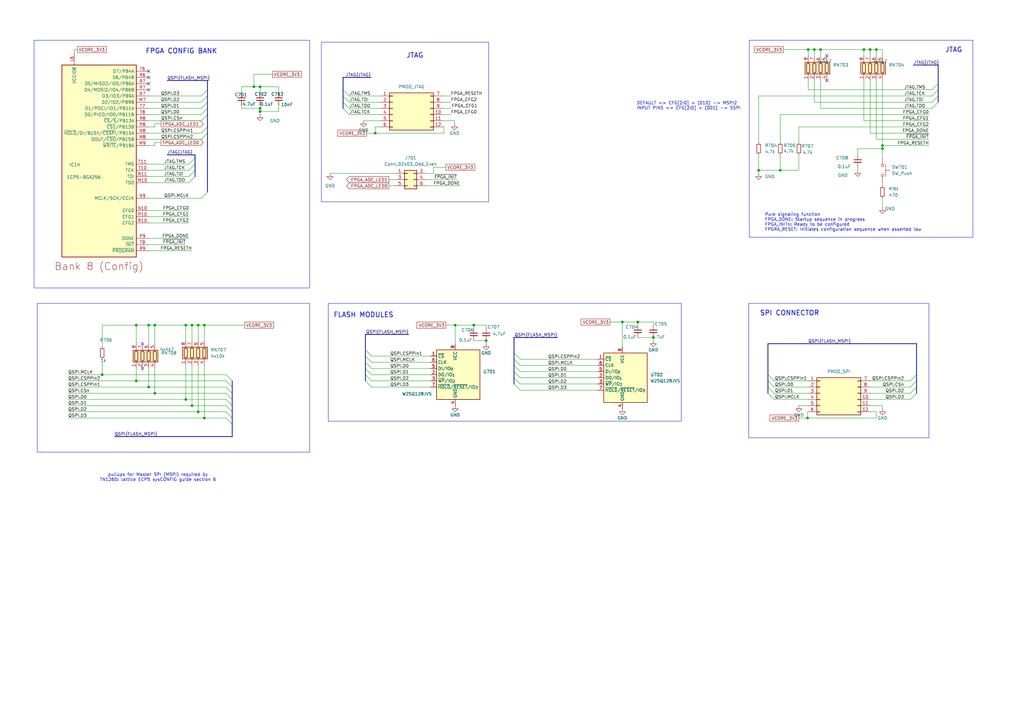
<source format=kicad_sch>
(kicad_sch (version 20250114) (generator "eeschema") (generator_version "9.0")
  (paper "A3")
  (rectangle (start 307.086 124.46) (end 381 179.578))
  (rectangle (start 15.24 124.46) (end 127 185.42))
  (rectangle (start 131.826 17.272) (end 200.406 82.804))
  (rectangle (start 134.62 124.46) (end 279.4 172.72))
  (rectangle (start 13.97 16.51) (end 127 118.11))
  (rectangle (start 307.34 16.51) (end 399.034 97.282))
  (text "JTAG" (at 170.18 22.86 0) (effects (font (size 2 2) (thickness 0.254) (bold yes))))
  (text "DEFAULT => CFG[2:0] = (010) -> MSPI2\nINPUT PINS => CFG[2:0] = (001) -> SSPI" (at 261.112 43.434 0) (effects (font (size 1.27 1.27)) (justify left)))
  (text "Pure signaling function\nFPGA_DONE: Startup sequence in prograss\nFPGA_INITn: Ready to be configured\nFPGRA_RESET: Initiates configuration sequence when asserted low" (at 313.69 91.186 0) (effects (font (size 1.27 1.27)) (justify left)))
  (text "pullups for Master SPI (MSPI) required by\nTN1260: lattice ECP5 sysCONFIG guide section 6" (at 64.77 195.834 0) (effects (font (size 1.27 1.27))))
  (text "FLASH MODULES" (at 149.098 129.286 0) (effects (font (size 2 2) (thickness 0.254) (bold yes))))
  (text "SPI CONNECTOR" (at 323.85 128.524 0) (effects (font (size 2 2) (thickness 0.254) (bold yes))))
  (text "JTAG" (at 391.16 20.574 0) (effects (font (size 2 2) (thickness 0.254) (bold yes))))
  (text "FPGA CONFIG BANK" (at 74.422 21.082 0) (effects (font (size 2 2) (thickness 0.254) (bold yes))))
  (junction (at 81.28 168.91))
  (junction (at 334.01 20.32))
  (junction (at 106.68 44.45))
  (junction (at 55.88 156.21))
  (junction (at 106.68 45.72))
  (junction (at 63.5 133.35))
  (junction (at 361.95 60.96))
  (junction (at 336.55 20.32))
  (junction (at 81.28 133.35))
  (junction (at 255.27 132.08))
  (junction (at 55.88 133.35))
  (junction (at 76.2 163.83))
  (junction (at 331.216 171.45))
  (junction (at 320.04 69.85))
  (junction (at 186.69 133.35))
  (junction (at 104.14 35.56))
  (junction (at 194.31 133.35))
  (junction (at 60.96 133.35))
  (junction (at 361.95 59.69))
  (junction (at 41.91 153.67))
  (junction (at 63.5 161.29))
  (junction (at 356.87 20.32))
  (junction (at 261.62 132.08))
  (junction (at 359.41 20.32))
  (junction (at 267.97 138.43))
  (junction (at 78.74 166.37))
  (junction (at 76.2 133.35))
  (junction (at 83.82 133.35))
  (junction (at 153.924 54.61))
  (junction (at 311.15 69.85))
  (junction (at 106.68 35.56))
  (junction (at 331.47 20.32))
  (junction (at 83.82 171.45))
  (junction (at 354.33 20.32))
  (junction (at 60.96 158.75))
  (junction (at 199.39 139.7))
  (junction (at 78.74 133.35))
  (no_connect (at 339.09 33.02))
  (no_connect (at 60.96 29.21))
  (no_connect (at 60.96 36.83))
  (no_connect (at 339.09 22.86))
  (no_connect (at 58.42 140.97))
  (no_connect (at 60.96 34.29))
  (no_connect (at 60.96 31.75))
  (no_connect (at 58.42 151.13))
  (bus_entry (at 210.82 149.86) (size 2.54 2.54))
  (bus_entry (at 140.716 44.45) (size 2.54 2.54))
  (bus_entry (at 149.86 146.05) (size 2.54 2.54))
  (bus_entry (at 382.27 41.91) (size 2.54 -2.54))
  (bus_entry (at 82.55 81.28) (size 2.54 -2.54))
  (bus_entry (at 213.36 160.02) (size -2.54 -2.54))
  (bus_entry (at 373.38 158.75) (size 2.54 -2.54))
  (bus_entry (at 149.86 153.67) (size 2.54 2.54))
  (bus_entry (at 85.09 39.37) (size -2.54 2.54))
  (bus_entry (at 77.47 69.85) (size 2.54 -2.54))
  (bus_entry (at 149.86 148.59) (size 2.54 2.54))
  (bus_entry (at 152.4 158.75) (size -2.54 -2.54))
  (bus_entry (at 77.47 74.93) (size 2.54 -2.54))
  (bus_entry (at 382.27 36.83) (size 2.54 -2.54))
  (bus_entry (at 95.25 166.37) (size -2.54 -2.54))
  (bus_entry (at 85.09 36.83) (size -2.54 2.54))
  (bus_entry (at 314.96 161.29) (size 2.54 2.54))
  (bus_entry (at 95.25 173.99) (size -2.54 -2.54))
  (bus_entry (at 373.38 156.21) (size 2.54 -2.54))
  (bus_entry (at 140.716 41.91) (size 2.54 2.54))
  (bus_entry (at 375.92 161.29) (size -2.54 2.54))
  (bus_entry (at 149.86 143.51) (size 2.54 2.54))
  (bus_entry (at 210.82 147.32) (size 2.54 2.54))
  (bus_entry (at 314.96 158.75) (size 2.54 2.54))
  (bus_entry (at 95.25 163.83) (size -2.54 -2.54))
  (bus_entry (at 85.09 46.99) (size -2.54 2.54))
  (bus_entry (at 210.82 144.78) (size 2.54 2.54))
  (bus_entry (at 140.716 39.37) (size 2.54 2.54))
  (bus_entry (at 210.82 154.94) (size 2.54 2.54))
  (bus_entry (at 82.55 57.15) (size 2.54 -2.54))
  (bus_entry (at 92.71 156.21) (size 2.54 2.54))
  (bus_entry (at 77.47 67.31) (size 2.54 -2.54))
  (bus_entry (at 210.82 152.4) (size 2.54 2.54))
  (bus_entry (at 140.716 36.83) (size 2.54 2.54))
  (bus_entry (at 82.55 54.61) (size 2.54 -2.54))
  (bus_entry (at 314.96 156.21) (size 2.54 2.54))
  (bus_entry (at 149.86 151.13) (size 2.54 2.54))
  (bus_entry (at 92.71 153.67) (size 2.54 2.54))
  (bus_entry (at 382.27 44.45) (size 2.54 -2.54))
  (bus_entry (at 317.5 156.21) (size -2.54 -2.54))
  (bus_entry (at 77.47 72.39) (size 2.54 -2.54))
  (bus_entry (at 382.27 39.37) (size 2.54 -2.54))
  (bus_entry (at 95.25 168.91) (size -2.54 -2.54))
  (bus_entry (at 85.09 44.45) (size -2.54 2.54))
  (bus_entry (at 95.25 171.45) (size -2.54 -2.54))
  (bus_entry (at 85.09 41.91) (size -2.54 2.54))
  (bus_entry (at 373.38 161.29) (size 2.54 -2.54))
  (bus_entry (at 92.71 158.75) (size 2.54 2.54))
  (wire (pts (xy 331.216 168.91) (xy 331.216 171.45)))
  (wire (pts (xy 182.118 52.07) (xy 181.61 52.07)))
  (wire (pts (xy 213.36 149.86) (xy 245.11 149.86)))
  (wire (pts (xy 153.924 52.07) (xy 153.924 54.61)))
  (wire (pts (xy 106.68 46.99) (xy 106.68 45.72)))
  (wire (pts (xy 336.55 20.32) (xy 354.33 20.32)))
  (bus (pts (xy 95.25 166.37) (xy 95.25 168.91)))
  (bus (pts (xy 80.01 64.77) (xy 80.01 67.31)))
  (wire (pts (xy 317.5 156.21) (xy 331.216 156.21)))
  (wire (pts (xy 78.74 133.35) (xy 78.74 139.7)))
  (bus (pts (xy 95.25 161.29) (xy 95.25 163.83)))
  (wire (pts (xy 334.01 20.32) (xy 331.47 20.32)))
  (wire (pts (xy 152.4 158.75) (xy 176.53 158.75)))
  (wire (pts (xy 361.95 20.32) (xy 361.95 22.86)))
  (wire (pts (xy 104.14 30.48) (xy 104.14 35.56)))
  (wire (pts (xy 81.28 149.86) (xy 81.28 168.91)))
  (wire (pts (xy 359.41 168.91) (xy 359.41 171.45)))
  (wire (pts (xy 327.66 69.85) (xy 327.66 63.5)))
  (bus (pts (xy 85.09 36.83) (xy 85.09 33.02)))
  (bus (pts (xy 85.09 52.07) (xy 85.09 46.99)))
  (wire (pts (xy 159.512 73.66) (xy 162.052 73.66)))
  (wire (pts (xy 351.79 69.85) (xy 351.79 68.58)))
  (wire (pts (xy 311.15 69.85) (xy 320.04 69.85)))
  (wire (pts (xy 336.55 20.32) (xy 334.01 20.32)))
  (wire (pts (xy 182.118 52.07) (xy 182.118 54.61)))
  (wire (pts (xy 213.36 160.02) (xy 245.11 160.02)))
  (wire (pts (xy 261.62 132.08) (xy 267.97 132.08)))
  (wire (pts (xy 60.96 54.61) (xy 82.55 54.61)))
  (wire (pts (xy 60.96 74.93) (xy 77.47 74.93)))
  (wire (pts (xy 60.96 41.91) (xy 82.55 41.91)))
  (bus (pts (xy 85.09 39.37) (xy 85.09 41.91)))
  (wire (pts (xy 143.256 44.45) (xy 155.956 44.45)))
  (wire (pts (xy 149.098 49.53) (xy 155.956 49.53)))
  (wire (pts (xy 114.3 38.1) (xy 114.3 35.56)))
  (bus (pts (xy 210.82 157.48) (xy 210.82 154.94)))
  (wire (pts (xy 30.48 20.32) (xy 31.75 20.32)))
  (wire (pts (xy 356.87 20.32) (xy 359.41 20.32)))
  (wire (pts (xy 63.5 59.69) (xy 60.96 59.69)))
  (wire (pts (xy 60.96 100.33) (xy 76.2 100.33)))
  (wire (pts (xy 181.61 49.53) (xy 186.436 49.53)))
  (wire (pts (xy 27.94 156.21) (xy 55.88 156.21)))
  (bus (pts (xy 95.25 158.75) (xy 95.25 161.29)))
  (wire (pts (xy 60.96 67.31) (xy 77.47 67.31)))
  (wire (pts (xy 41.91 147.32) (xy 41.91 153.67)))
  (wire (pts (xy 184.912 41.91) (xy 181.61 41.91)))
  (wire (pts (xy 152.4 148.59) (xy 176.53 148.59)))
  (wire (pts (xy 331.216 171.45) (xy 359.41 171.45)))
  (wire (pts (xy 106.68 45.72) (xy 114.3 45.72)))
  (wire (pts (xy 66.04 58.42) (xy 63.5 58.42)))
  (wire (pts (xy 185.166 44.45) (xy 181.61 44.45)))
  (wire (pts (xy 359.41 20.32) (xy 361.95 20.32)))
  (bus (pts (xy 375.92 158.75) (xy 375.92 156.21)))
  (bus (pts (xy 314.96 153.67) (xy 314.96 140.97)))
  (wire (pts (xy 381 59.69) (xy 361.95 59.69)))
  (wire (pts (xy 311.15 39.37) (xy 382.27 39.37)))
  (bus (pts (xy 384.81 26.67) (xy 384.81 34.29)))
  (bus (pts (xy 210.82 154.94) (xy 210.82 152.4)))
  (wire (pts (xy 320.04 46.99) (xy 320.04 58.42)))
  (wire (pts (xy 60.96 46.99) (xy 82.55 46.99)))
  (wire (pts (xy 41.91 153.67) (xy 92.71 153.67)))
  (wire (pts (xy 60.96 88.9) (xy 77.47 88.9)))
  (wire (pts (xy 177.8 71.12) (xy 174.752 71.12)))
  (wire (pts (xy 99.06 35.56) (xy 99.06 38.1)))
  (wire (pts (xy 334.01 41.91) (xy 382.27 41.91)))
  (wire (pts (xy 261.62 132.08) (xy 261.62 133.35)))
  (wire (pts (xy 356.87 156.21) (xy 373.38 156.21)))
  (wire (pts (xy 83.82 133.35) (xy 100.33 133.35)))
  (wire (pts (xy 60.96 49.53) (xy 82.55 49.53)))
  (wire (pts (xy 150.368 54.61) (xy 153.924 54.61)))
  (bus (pts (xy 384.81 36.83) (xy 384.81 39.37)))
  (bus (pts (xy 140.716 39.37) (xy 140.716 41.91)))
  (wire (pts (xy 60.96 86.36) (xy 77.47 86.36)))
  (bus (pts (xy 95.25 171.45) (xy 95.25 173.99)))
  (wire (pts (xy 155.956 39.37) (xy 143.256 39.37)))
  (bus (pts (xy 46.99 179.07) (xy 95.25 179.07)))
  (bus (pts (xy 384.81 34.29) (xy 384.81 36.83)))
  (wire (pts (xy 106.68 43.18) (xy 106.68 44.45)))
  (wire (pts (xy 152.4 151.13) (xy 176.53 151.13)))
  (bus (pts (xy 85.09 39.37) (xy 85.09 36.83)))
  (bus (pts (xy 384.81 39.37) (xy 384.81 41.91)))
  (wire (pts (xy 153.924 54.61) (xy 182.118 54.61)))
  (wire (pts (xy 331.47 33.02) (xy 331.47 36.83)))
  (wire (pts (xy 27.94 158.75) (xy 60.96 158.75)))
  (bus (pts (xy 140.716 41.91) (xy 140.716 44.45)))
  (wire (pts (xy 63.5 151.13) (xy 63.5 161.29)))
  (bus (pts (xy 85.09 46.99) (xy 85.09 44.45)))
  (wire (pts (xy 194.31 139.7) (xy 199.39 139.7)))
  (wire (pts (xy 361.95 59.69) (xy 361.95 60.96)))
  (bus (pts (xy 149.86 137.16) (xy 149.86 143.51)))
  (wire (pts (xy 76.2 149.86) (xy 76.2 163.83)))
  (wire (pts (xy 261.62 138.43) (xy 267.97 138.43)))
  (bus (pts (xy 80.01 69.85) (xy 80.01 72.39)))
  (wire (pts (xy 359.41 168.91) (xy 356.87 168.91)))
  (wire (pts (xy 30.48 20.32) (xy 30.48 21.59)))
  (wire (pts (xy 83.82 133.35) (xy 83.82 139.7)))
  (bus (pts (xy 85.09 54.61) (xy 85.09 52.07)))
  (wire (pts (xy 41.91 133.35) (xy 55.88 133.35)))
  (wire (pts (xy 55.88 156.21) (xy 92.71 156.21)))
  (bus (pts (xy 68.58 63.5) (xy 80.01 63.5)))
  (wire (pts (xy 351.79 63.5) (xy 351.79 60.96)))
  (wire (pts (xy 152.4 156.21) (xy 176.53 156.21)))
  (bus (pts (xy 152.146 31.75) (xy 140.716 31.75)))
  (wire (pts (xy 99.06 35.56) (xy 104.14 35.56)))
  (wire (pts (xy 361.95 74.93) (xy 361.95 76.2)))
  (wire (pts (xy 63.5 161.29) (xy 92.71 161.29)))
  (wire (pts (xy 331.47 20.32) (xy 331.47 22.86)))
  (bus (pts (xy 149.86 146.05) (xy 149.86 148.59)))
  (bus (pts (xy 375.92 153.67) (xy 375.92 140.97)))
  (wire (pts (xy 356.87 163.83) (xy 373.38 163.83)))
  (wire (pts (xy 78.74 166.37) (xy 92.71 166.37)))
  (wire (pts (xy 83.82 171.45) (xy 92.71 171.45)))
  (bus (pts (xy 85.09 54.61) (xy 85.09 78.74)))
  (wire (pts (xy 114.3 35.56) (xy 106.68 35.56)))
  (wire (pts (xy 60.96 72.39) (xy 77.47 72.39)))
  (bus (pts (xy 210.82 152.4) (xy 210.82 149.86)))
  (wire (pts (xy 334.01 33.02) (xy 334.01 41.91)))
  (wire (pts (xy 199.39 140.97) (xy 199.39 139.7)))
  (wire (pts (xy 336.55 44.45) (xy 382.27 44.45)))
  (bus (pts (xy 210.82 138.43) (xy 228.6 138.43)))
  (wire (pts (xy 361.95 81.28) (xy 361.95 85.09)))
  (bus (pts (xy 314.96 140.97) (xy 375.92 140.97)))
  (wire (pts (xy 27.94 171.45) (xy 83.82 171.45)))
  (wire (pts (xy 60.96 57.15) (xy 82.55 57.15)))
  (bus (pts (xy 210.82 147.32) (xy 210.82 149.86)))
  (wire (pts (xy 354.33 33.02) (xy 354.33 49.53)))
  (wire (pts (xy 361.95 33.02) (xy 361.95 59.69)))
  (wire (pts (xy 356.87 20.32) (xy 356.87 22.86)))
  (wire (pts (xy 63.5 50.8) (xy 63.5 52.07)))
  (bus (pts (xy 210.82 138.43) (xy 210.82 144.78)))
  (bus (pts (xy 375.92 153.67) (xy 375.92 156.21)))
  (wire (pts (xy 76.2 133.35) (xy 78.74 133.35)))
  (wire (pts (xy 331.47 36.83) (xy 382.27 36.83)))
  (wire (pts (xy 55.88 133.35) (xy 55.88 140.97)))
  (wire (pts (xy 361.95 60.96) (xy 361.95 64.77)))
  (wire (pts (xy 27.94 161.29) (xy 63.5 161.29)))
  (wire (pts (xy 83.82 149.86) (xy 83.82 171.45)))
  (wire (pts (xy 27.94 153.67) (xy 41.91 153.67)))
  (wire (pts (xy 60.96 102.87) (xy 78.74 102.87)))
  (wire (pts (xy 336.55 22.86) (xy 336.55 20.32)))
  (wire (pts (xy 143.256 41.91) (xy 155.956 41.91)))
  (wire (pts (xy 27.94 166.37) (xy 78.74 166.37)))
  (bus (pts (xy 68.58 33.02) (xy 85.09 33.02)))
  (wire (pts (xy 354.33 20.32) (xy 356.87 20.32)))
  (wire (pts (xy 114.3 45.72) (xy 114.3 43.18)))
  (wire (pts (xy 60.96 133.35) (xy 60.96 140.97)))
  (wire (pts (xy 213.36 157.48) (xy 245.11 157.48)))
  (wire (pts (xy 186.69 133.35) (xy 186.69 140.97)))
  (wire (pts (xy 381 54.61) (xy 356.87 54.61)))
  (wire (pts (xy 356.87 158.75) (xy 373.38 158.75)))
  (wire (pts (xy 213.36 152.4) (xy 245.11 152.4)))
  (bus (pts (xy 384.81 26.67) (xy 374.65 26.67)))
  (wire (pts (xy 60.96 97.79) (xy 77.47 97.79)))
  (wire (pts (xy 63.5 133.35) (xy 60.96 133.35)))
  (wire (pts (xy 55.88 133.35) (xy 60.96 133.35)))
  (wire (pts (xy 99.06 44.45) (xy 99.06 43.18)))
  (bus (pts (xy 149.86 156.21) (xy 149.86 153.67)))
  (wire (pts (xy 381 57.15) (xy 359.41 57.15)))
  (wire (pts (xy 111.76 30.48) (xy 104.14 30.48)))
  (wire (pts (xy 327.66 52.07) (xy 327.66 58.42)))
  (wire (pts (xy 63.5 133.35) (xy 76.2 133.35)))
  (wire (pts (xy 351.79 60.96) (xy 361.95 60.96)))
  (wire (pts (xy 311.15 39.37) (xy 311.15 58.42)))
  (wire (pts (xy 213.36 154.94) (xy 245.11 154.94)))
  (wire (pts (xy 381 49.53) (xy 354.33 49.53)))
  (wire (pts (xy 104.14 35.56) (xy 106.68 35.56)))
  (wire (pts (xy 60.96 151.13) (xy 60.96 158.75)))
  (wire (pts (xy 81.28 133.35) (xy 83.82 133.35)))
  (wire (pts (xy 336.55 33.02) (xy 336.55 44.45)))
  (wire (pts (xy 194.31 134.62) (xy 194.31 133.35)))
  (bus (pts (xy 140.716 36.83) (xy 140.716 39.37)))
  (bus (pts (xy 314.96 158.75) (xy 314.96 161.29)))
  (wire (pts (xy 152.4 153.67) (xy 176.53 153.67)))
  (wire (pts (xy 174.752 73.66) (xy 187.452 73.66)))
  (wire (pts (xy 60.96 158.75) (xy 92.71 158.75)))
  (wire (pts (xy 106.68 38.1) (xy 106.68 35.56)))
  (wire (pts (xy 60.96 91.44) (xy 77.47 91.44)))
  (bus (pts (xy 95.25 163.83) (xy 95.25 166.37)))
  (wire (pts (xy 184.912 39.37) (xy 181.61 39.37)))
  (wire (pts (xy 63.5 52.07) (xy 60.96 52.07)))
  (wire (pts (xy 66.04 50.8) (xy 63.5 50.8)))
  (wire (pts (xy 27.94 163.83) (xy 76.2 163.83)))
  (bus (pts (xy 80.01 63.5) (xy 80.01 64.77)))
  (bus (pts (xy 314.96 158.75) (xy 314.96 156.21)))
  (wire (pts (xy 381 52.07) (xy 327.66 52.07)))
  (wire (pts (xy 186.69 133.35) (xy 182.88 133.35)))
  (bus (pts (xy 80.01 67.31) (xy 80.01 69.85)))
  (bus (pts (xy 375.92 161.29) (xy 375.92 158.75)))
  (wire (pts (xy 199.39 134.62) (xy 199.39 133.35)))
  (wire (pts (xy 334.01 22.86) (xy 334.01 20.32)))
  (bus (pts (xy 149.86 151.13) (xy 149.86 148.59)))
  (wire (pts (xy 186.436 50.8) (xy 186.436 49.53)))
  (wire (pts (xy 76.2 139.7) (xy 76.2 133.35)))
  (wire (pts (xy 354.33 20.32) (xy 354.33 22.86)))
  (bus (pts (xy 149.86 153.67) (xy 149.86 151.13)))
  (wire (pts (xy 81.28 168.91) (xy 92.71 168.91)))
  (wire (pts (xy 327.66 166.37) (xy 331.216 166.37)))
  (wire (pts (xy 321.31 20.32) (xy 331.47 20.32)))
  (wire (pts (xy 381 46.99) (xy 320.04 46.99)))
  (wire (pts (xy 60.96 44.45) (xy 82.55 44.45)))
  (wire (pts (xy 213.36 147.32) (xy 245.11 147.32)))
  (wire (pts (xy 184.912 46.99) (xy 181.61 46.99)))
  (wire (pts (xy 317.5 163.83) (xy 331.216 163.83)))
  (wire (pts (xy 320.04 69.85) (xy 327.66 69.85)))
  (wire (pts (xy 135.382 71.12) (xy 162.052 71.12)))
  (wire (pts (xy 60.96 39.37) (xy 82.55 39.37)))
  (wire (pts (xy 359.41 20.32) (xy 359.41 22.86)))
  (bus (pts (xy 95.25 158.75) (xy 95.25 156.21)))
  (wire (pts (xy 99.06 44.45) (xy 106.68 44.45)))
  (wire (pts (xy 63.5 133.35) (xy 63.5 140.97)))
  (bus (pts (xy 95.25 173.99) (xy 95.25 179.07)))
  (bus (pts (xy 314.96 156.21) (xy 314.96 153.67)))
  (wire (pts (xy 60.96 69.85) (xy 77.47 69.85)))
  (wire (pts (xy 356.87 161.29) (xy 373.38 161.29)))
  (wire (pts (xy 63.5 58.42) (xy 63.5 59.69)))
  (wire (pts (xy 255.27 132.08) (xy 255.27 142.24)))
  (wire (pts (xy 174.752 76.2) (xy 188.722 76.2)))
  (wire (pts (xy 361.95 167.64) (xy 361.95 166.37)))
  (wire (pts (xy 106.68 45.72) (xy 106.68 44.45)))
  (wire (pts (xy 78.74 149.86) (xy 78.74 166.37)))
  (wire (pts (xy 41.91 133.35) (xy 41.91 142.24)))
  (wire (pts (xy 359.41 33.02) (xy 359.41 57.15)))
  (wire (pts (xy 76.2 163.83) (xy 92.71 163.83)))
  (bus (pts (xy 85.09 44.45) (xy 85.09 41.91)))
  (wire (pts (xy 153.924 52.07) (xy 155.956 52.07)))
  (wire (pts (xy 267.97 139.7) (xy 267.97 138.43)))
  (wire (pts (xy 250.19 132.08) (xy 255.27 132.08)))
  (bus (pts (xy 167.64 137.16) (xy 149.86 137.16)))
  (wire (pts (xy 327.66 171.45) (xy 331.216 171.45)))
  (bus (pts (xy 210.82 147.32) (xy 210.82 144.78)))
  (wire (pts (xy 317.5 161.29) (xy 331.216 161.29)))
  (wire (pts (xy 177.8 68.58) (xy 177.8 71.12)))
  (wire (pts (xy 194.31 133.35) (xy 199.39 133.35)))
  (wire (pts (xy 311.15 71.12) (xy 311.15 69.85)))
  (wire (pts (xy 356.87 33.02) (xy 356.87 54.61)))
  (wire (pts (xy 361.95 166.37) (xy 356.87 166.37)))
  (wire (pts (xy 255.27 132.08) (xy 261.62 132.08)))
  (wire (pts (xy 182.88 68.58) (xy 177.8 68.58)))
  (wire (pts (xy 159.512 76.2) (xy 162.052 76.2)))
  (wire (pts (xy 27.94 168.91) (xy 81.28 168.91)))
  (wire (pts (xy 55.88 151.13) (xy 55.88 156.21)))
  (wire (pts (xy 267.97 133.35) (xy 267.97 132.08)))
  (bus (pts (xy 140.716 31.75) (xy 140.716 36.83)))
  (bus (pts (xy 149.86 146.05) (xy 149.86 143.51)))
  (wire (pts (xy 317.5 158.75) (xy 331.216 158.75)))
  (wire (pts (xy 320.04 63.5) (xy 320.04 69.85)))
  (wire (pts (xy 78.74 133.35) (xy 81.28 133.35)))
  (wire (pts (xy 186.69 133.35) (xy 194.31 133.35)))
  (wire (pts (xy 311.15 63.5) (xy 311.15 69.85)))
  (wire (pts (xy 81.28 133.35) (xy 81.28 139.7)))
  (bus (pts (xy 95.25 171.45) (xy 95.25 168.91)))
  (wire (pts (xy 60.96 81.28) (xy 82.55 81.28)))
  (wire (pts (xy 143.256 46.99) (xy 155.956 46.99)))
  (wire (pts (xy 152.4 146.05) (xy 176.53 146.05)))
  (label "QSPI{FLASH_MSPI}" (at 167.64 137.16 180))
  (label "QSPI.D3" (at 224.79 160.02 0))
  (label "FPGA_CFG2" (at 184.912 41.91 0))
  (label "QSPI.D2" (at 27.94 168.91 0))
  (label "QSPI.MCLK" (at 27.94 153.67 0))
  (label "QSPI.CSPPIn1" (at 66.04 54.61 0))
  (label "FPGA_CFG0" (at 381 46.99 180))
  (label "QSPI{FLASH_MSPI}" (at 46.99 179.07 0))
  (label "FPGA_CFG1" (at 77.47 88.9 180))
  (label "QSPI.CSPPIn2" (at 224.79 147.32 0))
  (label "QSPI{FLASH_MSPI}" (at 331.47 140.97 0))
  (label "JTAG.TDO" (at 143.256 44.45 0))
  (label "QSPI.D1" (at 224.79 154.94 0))
  (label "JTAG.TMS" (at 67.31 67.31 0))
  (label "QSPI.CSPPIn1" (at 160.02 146.05 0))
  (label "JTAG.TCK" (at 370.84 39.37 0))
  (label "FPGA_CFG2" (at 77.47 91.44 180))
  (label "FPGA_CFG1" (at 381 49.53 180))
  (label "JTAG.TMS" (at 143.256 39.37 0))
  (label "JTAG.TCK" (at 67.31 69.85 0))
  (label "JTAG.TDI" (at 370.84 41.91 0))
  (label "QSPI.CSPPIn2" (at 27.94 156.21 0))
  (label "QSPI.CSPPIn1" (at 317.754 156.21 0))
  (label "QSPI.MCLK" (at 67.31 81.28 0))
  (label "QSPI.MCLK" (at 224.79 149.86 0))
  (label "QSPI.D1" (at 160.02 153.67 0))
  (label "QSPI.D1" (at 317.754 161.29 0))
  (label "QSPI.D0" (at 224.79 152.4 0))
  (label "JTAG{JTAG}" (at 152.146 31.75 180))
  (label "JTAG.TDO" (at 370.84 44.45 0))
  (label "QSPI.D3" (at 160.02 158.75 0))
  (label "JTAG.TDO" (at 67.31 74.93 0))
  (label "QSPI{FLASH_MSPI}" (at 68.58 33.02 0))
  (label "QSPI.D3" (at 73.66 39.37 180))
  (label "QSPI.D2" (at 73.66 41.91 180))
  (label "JTAG.TDI" (at 143.256 41.91 0))
  (label "QSPI.CSn" (at 370.84 158.75 180))
  (label "QSPI.CSPPIn1" (at 27.94 158.75 0))
  (label "QSPI.D0" (at 73.66 46.99 180))
  (label "QSPI.D2" (at 370.84 161.29 180))
  (label "QSPI.CSPPIn2" (at 66.04 57.15 0))
  (label "QSPI{FLASH_MSPI}" (at 228.6 138.43 180))
  (label "QSPI.CSn" (at 66.04 49.53 0))
  (label "FPGA_DONE" (at 381 54.61 180))
  (label "FPGA_RESETH" (at 381 59.69 180))
  (label "FPGA_RESETH" (at 78.74 102.87 180))
  (label "FPGA_CFG2" (at 381 52.07 180))
  (label "FPGA_CFG0" (at 77.47 86.36 180))
  (label "JTAG{JTAG}" (at 374.65 26.67 0))
  (label "QSPI.D2" (at 160.02 156.21 0))
  (label "FPGA_RESETH" (at 184.912 39.37 0))
  (label "JTAG{JTAG}" (at 68.58 63.5 0))
  (label "FPGA_CFG1" (at 185.166 44.45 0))
  (label "QSPI.D3" (at 27.94 171.45 0))
  (label "QSPI.D0" (at 27.94 163.83 0))
  (label "QSPI.CSPPIn2" (at 370.84 156.21 180))
  (label "FPGA_DONE" (at 188.722 76.2 180))
  (label "~{FPGA_INIT}" (at 381 57.15 180))
  (label "~{FPGA_INIT}" (at 76.2 100.33 180))
  (label "QSPI.D0" (at 317.754 158.75 0))
  (label "JTAG.TCK" (at 143.256 46.99 0))
  (label "QSPI.D1" (at 73.66 44.45 180))
  (label "QSPI.D2" (at 224.79 157.48 0))
  (label "QSPI.D0" (at 160.02 151.13 0))
  (label "QSPI.MCLK" (at 160.02 148.59 0))
  (label "QSPI.D3" (at 370.84 163.83 180))
  (label "QSPI.D1" (at 27.94 166.37 0))
  (label "QSPI.CSn" (at 27.94 161.29 0))
  (label "FPGA_CFG0" (at 184.912 46.99 0))
  (label "JTAG.TDI" (at 67.31 72.39 0))
  (label "FPGA_DONE" (at 77.47 97.79 180))
  (label "QSPI.MCLK" (at 317.754 163.83 0))
  (label "JTAG.TMS" (at 370.84 36.83 0))
  (label "~{FPGA_INIT}" (at 187.452 73.66 180))
  (global_label "FPGA_ADC_LED0" (shape output) (at 66.04 58.42 0) (property "Intersheetrefs" "${INTERSHEET_REFS}" (effects (hide yes))))
  (global_label "FPGA_ADC_LED0" (shape output) (at 159.512 76.2 180) (property "Intersheetrefs" "${INTERSHEET_REFS}" (effects (hide yes))))
  (global_label "VCORE_3V3" (shape passive) (at 321.31 20.32 180) (property "Intersheetrefs" "${INTERSHEET_REFS}" (effects (hide yes))))
  (global_label "VCORE_3V3" (shape passive) (at 182.88 68.58 0) (property "Intersheetrefs" "${INTERSHEET_REFS}" (effects (hide yes))))
  (global_label "FPGA_ADC_LED1" (shape output) (at 159.512 73.66 180) (property "Intersheetrefs" "${INTERSHEET_REFS}" (effects (hide yes))))
  (global_label "VCORE_3V3" (shape passive) (at 100.33 133.35 0) (property "Intersheetrefs" "${INTERSHEET_REFS}" (effects (hide yes))))
  (global_label "VCORE_3V3" (shape passive) (at 111.76 30.48 0) (property "Intersheetrefs" "${INTERSHEET_REFS}" (effects (hide yes))))
  (global_label "VCORE_3V3" (shape passive) (at 31.75 20.32 0) (property "Intersheetrefs" "${INTERSHEET_REFS}" (effects (hide yes))))
  (global_label "VCORE_3V3" (shape passive) (at 327.66 171.45 180) (property "Intersheetrefs" "${INTERSHEET_REFS}" (effects (hide yes))))
  (global_label "VCORE_3V3" (shape passive) (at 182.88 133.35 180) (property "Intersheetrefs" "${INTERSHEET_REFS}" (effects (hide yes))))
  (global_label "FPGA_ADC_LED1" (shape output) (at 66.04 50.8 0) (property "Intersheetrefs" "${INTERSHEET_REFS}" (effects (hide yes))))
  (global_label "VCORE_3V3" (shape passive) (at 250.19 132.08 180) (property "Intersheetrefs" "${INTERSHEET_REFS}" (effects (hide yes))))
  (global_label "VCORE_3V3" (shape passive) (at 150.368 54.61 180) (property "Intersheetrefs" "${INTERSHEET_REFS}" (effects (hide yes))))
  (symbol (lib_id "power:GND") (at 267.97 139.7 0) (unit 1)
    (property "Reference" "#PWR0703" (effects (hide yes)))
    (property "Value" "GND" (at 267.97 143.51 0))
    (property "Description" "Power symbol creates a global label with name \"GND\" , ground" (effects (hide yes)))
  )
  (symbol (lib_id "Device:C_Small") (at 114.3 40.64 0) (mirror y) (unit 1)
    (property "Reference" "C703" (at 116.332 38.608 0) (effects (justify left)))
    (property "Value" "10nF" (at 120.142 42.926 0) (effects (justify left)))
    (property "Footprint" "Capacitor_SMD:C_0201_0603Metric" (effects (hide yes)))
    (property "Datasheet" "https://jlcpcb.com/api/file/downloadByFileSystemAccessId/8589040499521306624" (effects (hide yes)))
    (property "Description" "Unpolarized capacitor, small symbol" (effects (hide yes)))
    (property "LPN" "C285010" (effects (hide yes)))
    (property "MPN" "0201B103K250NT" (effects (hide yes)))
  )
  (symbol (lib_id "Device:C_Small") (at 194.31 137.16 0) (unit 1)
    (property "Reference" "C706" (at 189.23 135.382 0) (effects (justify left)))
    (property "Value" "0.1uF" (at 188.214 139.446 0) (effects (justify left)))
    (property "Footprint" "Capacitor_SMD:C_0201_0603Metric" (effects (hide yes)))
    (property "Datasheet" "https://jlcpcb.com/api/file/downloadByFileSystemAccessId/8603345729432014848" (effects (hide yes)))
    (property "Description" "X7R" (effects (hide yes)))
    (property "LPN" "C22435929" (effects (hide yes)))
    (property "MPN" "CGA0201X7R104K160ET " (effects (hide yes)))
  )
  (symbol (lib_id "Device:C_Small") (at 99.06 40.64 0) (unit 1)
    (property "Reference" "C701" (at 96.266 38.862 0) (effects (justify left)))
    (property "Value" "4.7uF" (at 104.902 42.672 0) (effects (justify right)))
    (property "Footprint" "Capacitor_SMD:C_0402_1005Metric" (effects (hide yes)))
    (property "Datasheet" "https://jlcpcb.com/api/file/downloadByFileSystemAccessId/8579707315714920448" (effects (hide yes)))
    (property "Description" "X5R, 10V" (effects (hide yes)))
    (property "LPN" "C23733" (effects (hide yes)))
    (property "MPN" "CL05A475MP5NRNC" (effects (hide yes)))
  )
  (symbol (lib_id "Device:R_Small") (at 327.66 60.96 180) (unit 1)
    (property "Reference" "R707" (at 331.216 59.944 0))
    (property "Value" "4.7k" (at 331.216 62.484 0))
    (property "Footprint" "Resistor_SMD:R_0402_1005Metric" (effects (hide yes)))
    (property "Description" "Resistor, small symbol" (effects (hide yes)))
    (property "LPN" "C25900" (effects (hide yes)))
    (property "MPN" "0402WGF4701TCE" (effects (hide yes)))
  )
  (symbol (lib_id "Device:R_Pack04") (at 336.55 27.94 0) (unit 1)
    (property "Reference" "RN703" (at 341.63 26.6699 0) (effects (justify left)))
    (property "Value" "4x4k7" (at 341.122 25.146 0) (effects (justify right)))
    (property "Footprint" "Resistor_SMD:R_Array_Convex_4x0603" (effects (hide yes)))
    (property "Datasheet" "https://jlcpcb.com/api/file/downloadByFileSystemAccessId/8579705779295092736" (effects (hide yes)))
    (property "Description" "4 resistor network, parallel topology" (effects (hide yes)))
    (property "LPN" "C1980" (effects (hide yes)))
    (property "MPN" "4D03WGJ0472T5E" (effects (hide yes)))
  )
  (symbol (lib_id "power:GND") (at 361.95 85.09 0) (unit 1)
    (property "Reference" "#PWR0702" (effects (hide yes)))
    (property "Value" "GND" (at 364.998 85.598 0))
    (property "Description" "Power symbol creates a global label with name \"GND\" , ground" (effects (hide yes)))
  )
  (symbol (lib_id "Device:R_Small") (at 361.95 78.74 0) (unit 1)
    (property "Reference" "R701" (at 364.49 77.4699 0) (effects (font (size 1.016 1.016)) (justify left)))
    (property "Value" "470" (at 364.49 80.0099 0) (effects (justify left)))
    (property "Footprint" "Resistor_SMD:R_0402_1005Metric" (effects (hide yes)))
    (property "Datasheet" "https://jlcpcb.com/api/file/downloadByFileSystemAccessId/8579705913233424384" (effects (hide yes)))
    (property "Description" "Resistor, small symbol" (effects (hide yes)))
    (property "MPN" "0402WGF4700TCE" (effects (hide yes)))
    (property "LPN" "C25117" (effects (hide yes)))
  )
  (symbol (lib_id "power:GND") (at 186.436 50.8 0) (unit 1)
    (property "Reference" "#PWR0712" (effects (hide yes)))
    (property "Value" "GND" (at 186.436 54.61 0))
    (property "Description" "Power symbol creates a global label with name \"GND\" , ground" (effects (hide yes)))
  )
  (symbol (lib_id "Device:C_Small") (at 199.39 137.16 0) (unit 1)
    (property "Reference" "C707" (at 199.898 134.112 0) (effects (justify left)))
    (property "Value" "4.7uF" (at 207.518 136.906 0) (effects (justify right)))
    (property "Footprint" "Capacitor_SMD:C_0402_1005Metric" (effects (hide yes)))
    (property "Description" "X5R, 10V" (effects (hide yes)))
    (property "LPN" "C23733" (effects (hide yes)))
    (property "MPN" "CL05A475MP5NRNC" (effects (hide yes)))
  )
  (symbol (lib_id "Device:R_Small") (at 320.04 60.96 0) (unit 1)
    (property "Reference" "R705" (at 321.31 59.69 0) (effects (justify left)))
    (property "Value" "4.7k" (at 321.31 61.976 0) (effects (justify left)))
    (property "Footprint" "Resistor_SMD:R_0402_1005Metric" (effects (hide yes)))
    (property "Description" "Resistor, small symbol" (effects (hide yes)))
    (property "LPN" "C25900" (effects (hide yes)))
    (property "MPN" "0402WGF4701TCE" (effects (hide yes)))
  )
  (symbol (lib_id "Device:R_Pack04") (at 60.96 146.05 0) (unit 1)
    (property "Reference" "RN708" (at 66.04 144.7799 0) (effects (justify left)))
    (property "Value" "4x4k7" (at 65.532 143.256 0) (effects (justify left)))
    (property "Footprint" "Resistor_SMD:R_Array_Convex_4x0603" (effects (hide yes)))
    (property "Datasheet" "https://jlcpcb.com/api/file/downloadByFileSystemAccessId/8579705779295092736" (effects (hide yes)))
    (property "Description" "4 resistor network, parallel topology" (effects (hide yes)))
    (property "LPN" "C1980" (effects (hide yes)))
    (property "MPN" "4D03WGJ0472T5E" (effects (hide yes)))
  )
  (symbol (lib_id "Switch:SW_Push") (at 361.95 69.85 270) (unit 1)
    (property "Reference" "SW701" (at 365.76 68.5799 90) (effects (justify left)))
    (property "Value" "SW_Push" (at 365.76 71.1199 90) (effects (justify left)))
    (property "Footprint" "iw-misc:SW_TS-1088-AR02016" (effects (hide yes)))
    (property "Datasheet" "https://jlcpcb.com/api/file/downloadByFileSystemAccessId/8588886944068096000" (effects (hide yes)))
    (property "Description" "Push button switch, generic, two pins" (effects (hide yes)))
    (property "LPN" "C720477" (effects (hide yes)))
    (property "MPN" "TS-1088-AR02016" (effects (hide yes)))
  )
  (symbol (lib_id "power:GND") (at 199.39 140.97 0) (unit 1)
    (property "Reference" "#PWR0704" (effects (hide yes)))
    (property "Value" "GND" (at 199.39 144.78 0))
    (property "Description" "Power symbol creates a global label with name \"GND\" , ground" (effects (hide yes)))
  )
  (symbol (lib_id "Device:R_Small") (at 41.91 144.78 0) (unit 1)
    (property "Reference" "R706" (at 40.894 139.446 0) (effects (justify left)))
    (property "Value" "1k" (at 42.418 147.828 0))
    (property "Footprint" "Resistor_SMD:R_0402_1005Metric" (effects (hide yes)))
    (property "Datasheet" "https://jlcpcb.com/api/file/downloadByFileSystemAccessId/8579705924167974912" (effects (hide yes)))
    (property "Description" "Resistor, small symbol" (effects (hide yes)))
    (property "LPN" "C11702" (effects (hide yes)))
    (property "MPN" "0402WGF1001TCE" (effects (hide yes)))
  )
  (symbol (lib_id "power:GND") (at 135.382 71.12 0) (unit 1)
    (property "Reference" "#PWR0707" (effects (hide yes)))
    (property "Value" "GND" (at 135.382 76.2 0))
    (property "Description" "Power symbol creates a global label with name \"GND\" , ground" (effects (hide yes)))
  )
  (symbol (lib_id "Device:C_Small") (at 267.97 135.89 0) (unit 1)
    (property "Reference" "C705" (at 268.478 132.842 0) (effects (justify left)))
    (property "Value" "4.7uF" (at 272.796 138.176 0) (effects (justify right)))
    (property "Footprint" "Capacitor_SMD:C_0402_1005Metric" (effects (hide yes)))
    (property "Description" "X5R, 10V" (effects (hide yes)))
    (property "LPN" "C23733" (effects (hide yes)))
    (property "MPN" "CL05A475MP5NRNC" (effects (hide yes)))
  )
  (symbol (lib_id "Device:R_Pack04") (at 359.41 27.94 0) (unit 1)
    (property "Reference" "RN704" (at 364.49 26.6699 0) (effects (justify left)))
    (property "Value" "4x4k7" (at 363.982 25.146 0) (effects (justify right)))
    (property "Footprint" "Resistor_SMD:R_Array_Convex_4x0603" (effects (hide yes)))
    (property "Datasheet" "https://jlcpcb.com/api/file/downloadByFileSystemAccessId/8579705779295092736" (effects (hide yes)))
    (property "Description" "4 resistor network, parallel topology" (effects (hide yes)))
    (property "LPN" "C1980" (effects (hide yes)))
    (property "MPN" "4D03WGJ0472T5E" (effects (hide yes)))
  )
  (symbol (lib_id "power:GND") (at 327.66 166.37 0) (unit 1)
    (property "Reference" "#PWR0709" (effects (hide yes)))
    (property "Value" "GND" (at 327.66 170.18 0))
    (property "Description" "Power symbol creates a global label with name \"GND\" , ground" (effects (hide yes)))
  )
  (symbol (lib_id "power:GND") (at 149.098 49.53 0) (unit 1)
    (property "Reference" "#PWR0711" (effects (hide yes)))
    (property "Value" "GND" (at 149.098 53.34 0))
    (property "Description" "Power symbol creates a global label with name \"GND\" , ground" (effects (hide yes)))
  )
  (symbol (lib_id "Memory_Flash:W25Q128JVS") (at 255.27 154.94 0) (unit 1)
    (property "Reference" "U702" (at 266.7 153.6699 0) (effects (justify left)))
    (property "Value" "W25Q128JVS" (at 266.7 156.2099 0) (effects (justify left)))
    (property "Footprint" "Package_SO:SOIC-8_5.3x5.3mm_P1.27mm" (effects (hide yes)))
    (property "Datasheet" "https://www.winbond.com/resource-files/w25q128jv_dtr%20revc%2003272018%20plus.pdf" (effects (hide yes)))
    (property "Description" "128Mbit / 16MiB Serial Flash Memory, Standard/Dual/Quad SPI, 2.7-3.6V, SOIC-8" (effects (hide yes)))
    (property "LPN" "C113767" (effects (hide yes)))
    (property "MPN" "W25Q128JVSIQ" (effects (hide yes)))
  )
  (symbol (lib_id "power:GND") (at 351.79 69.85 0) (unit 1)
    (property "Reference" "#PWR0713" (effects (hide yes)))
    (property "Value" "GND" (at 345.694 71.882 0))
    (property "Description" "Power symbol creates a global label with name \"GND\" , ground" (effects (hide yes)))
  )
  (symbol (lib_id "iw-connector:PMOD_JTAG") (at 161.036 44.45 0) (unit 1)
    (property "Reference" "J702" (effects (hide yes)))
    (property "Value" "PMOD_JTAG" (at 168.783 35.56 0))
    (property "Footprint" "iw-connector:PMOD_Pinsocket" (effects (hide yes)))
    (property "Datasheet" "https://digilent.com/reference/pmod/pmodlvlshft/reference-manual?srsltid=AfmBOoqiANiskQAMnS7YozrIuBOWGm90IdDctny3tusDvw51BA9ZKx-o" (effects (hide yes)))
    (property "Description" "Generic connector, double row, 02x06, top/bottom pin numbering scheme (row 1: 1...pins_per_row, row2: pins_per_row+1 ... num_pins), script generated (kicad-library-utils/schlib/autogen/connector/)" (effects (hide yes)))
    (property "LPN" "C2897426" (effects (hide yes)))
    (property "MPN" "PM254-2-06-W-8.5 " (effects (hide yes)))
  )
  (symbol (lib_id "power:GND") (at 255.27 167.64 0) (unit 1)
    (property "Reference" "#PWR0706" (effects (hide yes)))
    (property "Value" "GND" (at 255.27 171.45 0))
    (property "Description" "Power symbol creates a global label with name \"GND\" , ground" (effects (hide yes)))
  )
  (symbol (lib_id "power:GND") (at 186.69 166.37 0) (unit 1)
    (property "Reference" "#PWR0705" (effects (hide yes)))
    (property "Value" "GND" (at 186.69 170.18 0))
    (property "Description" "Power symbol creates a global label with name \"GND\" , ground" (effects (hide yes)))
  )
  (symbol (lib_id "Memory_Flash:W25Q128JVS") (at 186.69 153.67 0) (unit 1)
    (property "Reference" "U701" (at 198.12 152.3999 0) (effects (justify left)))
    (property "Value" "W25Q128JVS" (at 164.846 161.544 0) (effects (justify left)))
    (property "Footprint" "Package_SO:SOIC-8_5.3x5.3mm_P1.27mm" (effects (hide yes)))
    (property "Datasheet" "https://www.winbond.com/resource-files/w25q128jv_dtr%20revc%2003272018%20plus.pdf" (effects (hide yes)))
    (property "Description" "128Mbit / 16MiB Serial Flash Memory, Standard/Dual/Quad SPI, 2.7-3.6V, SOIC-8" (effects (hide yes)))
    (property "LPN" "C113767" (effects (hide yes)))
    (property "MPN" "W25Q128JVSIQ" (effects (hide yes)))
  )
  (symbol (lib_id "iw-connector:PMOD_SPI") (at 336.296 161.29 0) (unit 1)
    (property "Reference" "J703" (effects (hide yes)))
    (property "Value" "PMOD_SPI" (at 344.043 152.4 0))
    (property "Footprint" "iw-connector:PMOD_Pinsocket" (effects (hide yes)))
    (property "Datasheet" "https://digilent.com/reference/_media/reference/pmod/pmod-interface-specification-1_2_0.pdf?srsltid=AfmBOopKHC4FcvQWbC5m9vNkmSRxJmXdflho2RgReTmCUlxPX_pEddhL" (effects (hide yes)))
    (property "Description" "Generic connector, double row, 02x06, top/bottom pin numbering scheme (row 1: 1...pins_per_row, row2: pins_per_row+1 ... num_pins), script generated (kicad-library-utils/schlib/autogen/connector/)" (effects (hide yes)))
    (property "LPN" "C2897426" (effects (hide yes)))
    (property "MPN" "PM254-2-06-W-8.5 " (effects (hide yes)))
  )
  (symbol (lib_id "Device:R_Small") (at 311.15 60.96 0) (unit 1)
    (property "Reference" "R704" (at 313.69 59.6899 0) (effects (justify left)))
    (property "Value" "4.7k" (at 313.69 62.2299 0) (effects (justify left)))
    (property "Footprint" "Resistor_SMD:R_0402_1005Metric" (effects (hide yes)))
    (property "Description" "Resistor, small symbol" (effects (hide yes)))
    (property "LPN" "C25900" (effects (hide yes)))
    (property "MPN" "0402WGF4701TCE" (effects (hide yes)))
  )
  (symbol (lib_id "Device:C_Small") (at 351.79 66.04 0) (mirror y) (unit 1)
    (property "Reference" "C708" (at 347.98 64.77 0) (effects (justify left)))
    (property "Value" "0.1uF" (at 348.996 68.326 0) (effects (justify left)))
    (property "Footprint" "Capacitor_SMD:C_0201_0603Metric" (effects (hide yes)))
    (property "Datasheet" "https://jlcpcb.com/api/file/downloadByFileSystemAccessId/8603345729432014848" (effects (hide yes)))
    (property "Description" "Unpolarized capacitor, small symbol" (effects (hide yes)))
    (property "LPN" "C22435929" (effects (hide yes)))
    (property "MPN" "CGA0201X7R104K160ET " (effects (hide yes)))
  )
  (symbol (lib_id "power:GND") (at 106.68 46.99 0) (unit 1)
    (property "Reference" "#PWR0701" (effects (hide yes)))
    (property "Value" "GND" (at 112.776 49.53 0))
    (property "Description" "Power symbol creates a global label with name \"GND\" , ground" (effects (hide yes)))
  )
  (symbol (lib_id "power:GND") (at 311.15 71.12 0) (unit 1)
    (property "Reference" "#PWR0708" (effects (hide yes)))
    (property "Value" "GND" (at 313.69 72.3899 0) (effects (justify left)))
    (property "Description" "Power symbol creates a global label with name \"GND\" , ground" (effects (hide yes)))
  )
  (symbol (lib_id "Device:C_Small") (at 106.68 40.64 0) (unit 1)
    (property "Reference" "C702" (at 104.394 38.608 0) (effects (justify left)))
    (property "Value" "0.1uF" (at 106.68 42.672 0) (effects (justify left)))
    (property "Footprint" "Capacitor_SMD:C_0201_0603Metric" (effects (hide yes)))
    (property "Datasheet" "https://jlcpcb.com/api/file/downloadByFileSystemAccessId/8603345729432014848" (effects (hide yes)))
    (property "Description" "X7R" (effects (hide yes)))
    (property "LPN" "C22435929" (effects (hide yes)))
    (property "MPN" "CGA0201X7R104K160ET " (effects (hide yes)))
  )
  (symbol (lib_id "Device:R_Pack04") (at 81.28 144.78 0) (unit 1)
    (property "Reference" "RN707" (at 86.36 143.5099 0) (effects (justify left)))
    (property "Value" "4x10k" (at 86.36 146.0499 0) (effects (justify left)))
    (property "Footprint" "Resistor_SMD:R_Array_Convex_4x0603" (effects (hide yes)))
    (property "Datasheet" "https://jlcpcb.com/api/file/downloadByFileSystemAccessId/8579705779295092736" (effects (hide yes)))
    (property "Description" "4 resistor network, parallel topology" (effects (hide yes)))
    (property "LPN" "C29718" (effects (hide yes)))
    (property "MPN" "4D03WGJ0103T5E" (effects (hide yes)))
  )
  (symbol (lib_id "iw-fpga_mcu:ECP5-BGA256") (at 40.64 66.04 0) (unit 8)
    (property "Reference" "IC1" (at 33.02 67.564 0) (effects (justify right)))
    (property "Value" "ECP5-BGA256" (at 41.402 72.644 0) (effects (justify right)))
    (property "Footprint" "iw-fpga_mcu:BGA256C80P16X16_1400X1400X170" (effects (hide yes)))
    (property "Datasheet" "https://jlcpcb.com/api/file/downloadByFileSystemAccessId/8588918730680111104" (effects (hide yes)))
    (property "Description" "FPGA - Field Programmable Gate Array ECP5; 12k LUTs; 1.1V" (effects (hide yes)))
    (property "Manufacturer" "Lattice" (effects (hide yes)))
    (property "LPN" "C1521614" (effects (hide yes)))
    (property "MPN" "LFE5U-25F-6BG256C " (effects (hide yes)))
  )
  (symbol (lib_id "Connector_Generic:Conn_02x03_Odd_Even") (at 167.132 73.66 0) (unit 1)
    (property "Reference" "J701" (at 168.402 64.77 0))
    (property "Value" "Conn_02x03_Odd_Even" (at 168.402 67.31 0))
    (property "Footprint" "Connector_PinSocket_2.54mm:PinSocket_2x03_P2.54mm_Vertical" (effects (hide yes)))
    (property "Description" "Generic connector, double row, 02x03, odd/even pin numbering scheme (row 1 odd numbers, row 2 even numbers), script generated (kicad-library-utils/schlib/autogen/connector/)" (effects (hide yes)))
  )
  (symbol (lib_id "power:GND") (at 361.95 167.64 0) (unit 1)
    (property "Reference" "#PWR0710" (effects (hide yes)))
    (property "Value" "GND" (at 361.95 171.45 0))
    (property "Description" "Power symbol creates a global label with name \"GND\" , ground" (effects (hide yes)))
  )
  (symbol (lib_id "Device:C_Small") (at 261.62 135.89 0) (unit 1)
    (property "Reference" "C704" (at 256.54 134.112 0) (effects (justify left)))
    (property "Value" "0.1uF" (at 255.524 138.176 0) (effects (justify left)))
    (property "Footprint" "Capacitor_SMD:C_0201_0603Metric" (effects (hide yes)))
    (property "Datasheet" "https://jlcpcb.com/api/file/downloadByFileSystemAccessId/8603345729432014848" (effects (hide yes)))
    (property "Description" "X7R" (effects (hide yes)))
    (property "LPN" "C22435929" (effects (hide yes)))
    (property "MPN" "CGA0201X7R104K160ET " (effects (hide yes)))
  )
)
</source>
